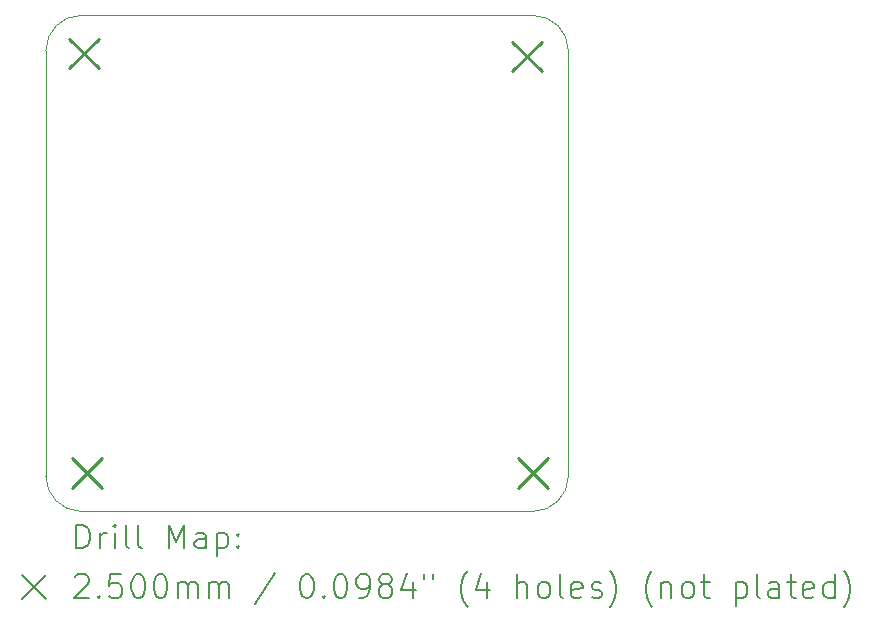
<source format=gbr>
%TF.GenerationSoftware,KiCad,Pcbnew,8.0.5*%
%TF.CreationDate,2024-11-29T11:32:20+09:00*%
%TF.ProjectId,esp32_primary_board_v2,65737033-325f-4707-9269-6d6172795f62,rev?*%
%TF.SameCoordinates,Original*%
%TF.FileFunction,Drillmap*%
%TF.FilePolarity,Positive*%
%FSLAX45Y45*%
G04 Gerber Fmt 4.5, Leading zero omitted, Abs format (unit mm)*
G04 Created by KiCad (PCBNEW 8.0.5) date 2024-11-29 11:32:20*
%MOMM*%
%LPD*%
G01*
G04 APERTURE LIST*
%ADD10C,0.038100*%
%ADD11C,0.200000*%
%ADD12C,0.250000*%
G04 APERTURE END LIST*
D10*
X15925000Y-13900000D02*
G75*
G02*
X15625000Y-14200000I-300000J0D01*
G01*
X15925000Y-10300000D02*
X15925000Y-13900000D01*
X11500000Y-13900000D02*
X11500000Y-10300000D01*
X15625000Y-14200000D02*
X11800000Y-14200000D01*
X11500000Y-10300000D02*
G75*
G02*
X11800000Y-10000000I300000J0D01*
G01*
X11800000Y-10000000D02*
X12000000Y-10000000D01*
X11800000Y-14200000D02*
G75*
G02*
X11500000Y-13900000I0J300000D01*
G01*
X15625000Y-10000000D02*
G75*
G02*
X15925000Y-10300000I0J-300000D01*
G01*
X12000000Y-10000000D02*
X15625000Y-10000000D01*
D11*
D12*
X11700000Y-10200000D02*
X11950000Y-10450000D01*
X11950000Y-10200000D02*
X11700000Y-10450000D01*
X11725000Y-13750000D02*
X11975000Y-14000000D01*
X11975000Y-13750000D02*
X11725000Y-14000000D01*
X15450000Y-10225000D02*
X15700000Y-10475000D01*
X15700000Y-10225000D02*
X15450000Y-10475000D01*
X15500000Y-13750000D02*
X15750000Y-14000000D01*
X15750000Y-13750000D02*
X15500000Y-14000000D01*
D11*
X11758872Y-14513389D02*
X11758872Y-14313389D01*
X11758872Y-14313389D02*
X11806491Y-14313389D01*
X11806491Y-14313389D02*
X11835062Y-14322913D01*
X11835062Y-14322913D02*
X11854110Y-14341960D01*
X11854110Y-14341960D02*
X11863634Y-14361008D01*
X11863634Y-14361008D02*
X11873157Y-14399103D01*
X11873157Y-14399103D02*
X11873157Y-14427674D01*
X11873157Y-14427674D02*
X11863634Y-14465770D01*
X11863634Y-14465770D02*
X11854110Y-14484817D01*
X11854110Y-14484817D02*
X11835062Y-14503865D01*
X11835062Y-14503865D02*
X11806491Y-14513389D01*
X11806491Y-14513389D02*
X11758872Y-14513389D01*
X11958872Y-14513389D02*
X11958872Y-14380055D01*
X11958872Y-14418151D02*
X11968396Y-14399103D01*
X11968396Y-14399103D02*
X11977919Y-14389579D01*
X11977919Y-14389579D02*
X11996967Y-14380055D01*
X11996967Y-14380055D02*
X12016015Y-14380055D01*
X12082681Y-14513389D02*
X12082681Y-14380055D01*
X12082681Y-14313389D02*
X12073157Y-14322913D01*
X12073157Y-14322913D02*
X12082681Y-14332436D01*
X12082681Y-14332436D02*
X12092205Y-14322913D01*
X12092205Y-14322913D02*
X12082681Y-14313389D01*
X12082681Y-14313389D02*
X12082681Y-14332436D01*
X12206491Y-14513389D02*
X12187443Y-14503865D01*
X12187443Y-14503865D02*
X12177919Y-14484817D01*
X12177919Y-14484817D02*
X12177919Y-14313389D01*
X12311253Y-14513389D02*
X12292205Y-14503865D01*
X12292205Y-14503865D02*
X12282681Y-14484817D01*
X12282681Y-14484817D02*
X12282681Y-14313389D01*
X12539824Y-14513389D02*
X12539824Y-14313389D01*
X12539824Y-14313389D02*
X12606491Y-14456246D01*
X12606491Y-14456246D02*
X12673157Y-14313389D01*
X12673157Y-14313389D02*
X12673157Y-14513389D01*
X12854110Y-14513389D02*
X12854110Y-14408627D01*
X12854110Y-14408627D02*
X12844586Y-14389579D01*
X12844586Y-14389579D02*
X12825538Y-14380055D01*
X12825538Y-14380055D02*
X12787443Y-14380055D01*
X12787443Y-14380055D02*
X12768396Y-14389579D01*
X12854110Y-14503865D02*
X12835062Y-14513389D01*
X12835062Y-14513389D02*
X12787443Y-14513389D01*
X12787443Y-14513389D02*
X12768396Y-14503865D01*
X12768396Y-14503865D02*
X12758872Y-14484817D01*
X12758872Y-14484817D02*
X12758872Y-14465770D01*
X12758872Y-14465770D02*
X12768396Y-14446722D01*
X12768396Y-14446722D02*
X12787443Y-14437198D01*
X12787443Y-14437198D02*
X12835062Y-14437198D01*
X12835062Y-14437198D02*
X12854110Y-14427674D01*
X12949348Y-14380055D02*
X12949348Y-14580055D01*
X12949348Y-14389579D02*
X12968396Y-14380055D01*
X12968396Y-14380055D02*
X13006491Y-14380055D01*
X13006491Y-14380055D02*
X13025538Y-14389579D01*
X13025538Y-14389579D02*
X13035062Y-14399103D01*
X13035062Y-14399103D02*
X13044586Y-14418151D01*
X13044586Y-14418151D02*
X13044586Y-14475293D01*
X13044586Y-14475293D02*
X13035062Y-14494341D01*
X13035062Y-14494341D02*
X13025538Y-14503865D01*
X13025538Y-14503865D02*
X13006491Y-14513389D01*
X13006491Y-14513389D02*
X12968396Y-14513389D01*
X12968396Y-14513389D02*
X12949348Y-14503865D01*
X13130300Y-14494341D02*
X13139824Y-14503865D01*
X13139824Y-14503865D02*
X13130300Y-14513389D01*
X13130300Y-14513389D02*
X13120777Y-14503865D01*
X13120777Y-14503865D02*
X13130300Y-14494341D01*
X13130300Y-14494341D02*
X13130300Y-14513389D01*
X13130300Y-14389579D02*
X13139824Y-14399103D01*
X13139824Y-14399103D02*
X13130300Y-14408627D01*
X13130300Y-14408627D02*
X13120777Y-14399103D01*
X13120777Y-14399103D02*
X13130300Y-14389579D01*
X13130300Y-14389579D02*
X13130300Y-14408627D01*
X11298095Y-14741905D02*
X11498095Y-14941905D01*
X11498095Y-14741905D02*
X11298095Y-14941905D01*
X11749348Y-14752436D02*
X11758872Y-14742913D01*
X11758872Y-14742913D02*
X11777919Y-14733389D01*
X11777919Y-14733389D02*
X11825538Y-14733389D01*
X11825538Y-14733389D02*
X11844586Y-14742913D01*
X11844586Y-14742913D02*
X11854110Y-14752436D01*
X11854110Y-14752436D02*
X11863634Y-14771484D01*
X11863634Y-14771484D02*
X11863634Y-14790532D01*
X11863634Y-14790532D02*
X11854110Y-14819103D01*
X11854110Y-14819103D02*
X11739824Y-14933389D01*
X11739824Y-14933389D02*
X11863634Y-14933389D01*
X11949348Y-14914341D02*
X11958872Y-14923865D01*
X11958872Y-14923865D02*
X11949348Y-14933389D01*
X11949348Y-14933389D02*
X11939824Y-14923865D01*
X11939824Y-14923865D02*
X11949348Y-14914341D01*
X11949348Y-14914341D02*
X11949348Y-14933389D01*
X12139824Y-14733389D02*
X12044586Y-14733389D01*
X12044586Y-14733389D02*
X12035062Y-14828627D01*
X12035062Y-14828627D02*
X12044586Y-14819103D01*
X12044586Y-14819103D02*
X12063634Y-14809579D01*
X12063634Y-14809579D02*
X12111253Y-14809579D01*
X12111253Y-14809579D02*
X12130300Y-14819103D01*
X12130300Y-14819103D02*
X12139824Y-14828627D01*
X12139824Y-14828627D02*
X12149348Y-14847674D01*
X12149348Y-14847674D02*
X12149348Y-14895293D01*
X12149348Y-14895293D02*
X12139824Y-14914341D01*
X12139824Y-14914341D02*
X12130300Y-14923865D01*
X12130300Y-14923865D02*
X12111253Y-14933389D01*
X12111253Y-14933389D02*
X12063634Y-14933389D01*
X12063634Y-14933389D02*
X12044586Y-14923865D01*
X12044586Y-14923865D02*
X12035062Y-14914341D01*
X12273157Y-14733389D02*
X12292205Y-14733389D01*
X12292205Y-14733389D02*
X12311253Y-14742913D01*
X12311253Y-14742913D02*
X12320777Y-14752436D01*
X12320777Y-14752436D02*
X12330300Y-14771484D01*
X12330300Y-14771484D02*
X12339824Y-14809579D01*
X12339824Y-14809579D02*
X12339824Y-14857198D01*
X12339824Y-14857198D02*
X12330300Y-14895293D01*
X12330300Y-14895293D02*
X12320777Y-14914341D01*
X12320777Y-14914341D02*
X12311253Y-14923865D01*
X12311253Y-14923865D02*
X12292205Y-14933389D01*
X12292205Y-14933389D02*
X12273157Y-14933389D01*
X12273157Y-14933389D02*
X12254110Y-14923865D01*
X12254110Y-14923865D02*
X12244586Y-14914341D01*
X12244586Y-14914341D02*
X12235062Y-14895293D01*
X12235062Y-14895293D02*
X12225538Y-14857198D01*
X12225538Y-14857198D02*
X12225538Y-14809579D01*
X12225538Y-14809579D02*
X12235062Y-14771484D01*
X12235062Y-14771484D02*
X12244586Y-14752436D01*
X12244586Y-14752436D02*
X12254110Y-14742913D01*
X12254110Y-14742913D02*
X12273157Y-14733389D01*
X12463634Y-14733389D02*
X12482681Y-14733389D01*
X12482681Y-14733389D02*
X12501729Y-14742913D01*
X12501729Y-14742913D02*
X12511253Y-14752436D01*
X12511253Y-14752436D02*
X12520777Y-14771484D01*
X12520777Y-14771484D02*
X12530300Y-14809579D01*
X12530300Y-14809579D02*
X12530300Y-14857198D01*
X12530300Y-14857198D02*
X12520777Y-14895293D01*
X12520777Y-14895293D02*
X12511253Y-14914341D01*
X12511253Y-14914341D02*
X12501729Y-14923865D01*
X12501729Y-14923865D02*
X12482681Y-14933389D01*
X12482681Y-14933389D02*
X12463634Y-14933389D01*
X12463634Y-14933389D02*
X12444586Y-14923865D01*
X12444586Y-14923865D02*
X12435062Y-14914341D01*
X12435062Y-14914341D02*
X12425538Y-14895293D01*
X12425538Y-14895293D02*
X12416015Y-14857198D01*
X12416015Y-14857198D02*
X12416015Y-14809579D01*
X12416015Y-14809579D02*
X12425538Y-14771484D01*
X12425538Y-14771484D02*
X12435062Y-14752436D01*
X12435062Y-14752436D02*
X12444586Y-14742913D01*
X12444586Y-14742913D02*
X12463634Y-14733389D01*
X12616015Y-14933389D02*
X12616015Y-14800055D01*
X12616015Y-14819103D02*
X12625538Y-14809579D01*
X12625538Y-14809579D02*
X12644586Y-14800055D01*
X12644586Y-14800055D02*
X12673158Y-14800055D01*
X12673158Y-14800055D02*
X12692205Y-14809579D01*
X12692205Y-14809579D02*
X12701729Y-14828627D01*
X12701729Y-14828627D02*
X12701729Y-14933389D01*
X12701729Y-14828627D02*
X12711253Y-14809579D01*
X12711253Y-14809579D02*
X12730300Y-14800055D01*
X12730300Y-14800055D02*
X12758872Y-14800055D01*
X12758872Y-14800055D02*
X12777919Y-14809579D01*
X12777919Y-14809579D02*
X12787443Y-14828627D01*
X12787443Y-14828627D02*
X12787443Y-14933389D01*
X12882681Y-14933389D02*
X12882681Y-14800055D01*
X12882681Y-14819103D02*
X12892205Y-14809579D01*
X12892205Y-14809579D02*
X12911253Y-14800055D01*
X12911253Y-14800055D02*
X12939824Y-14800055D01*
X12939824Y-14800055D02*
X12958872Y-14809579D01*
X12958872Y-14809579D02*
X12968396Y-14828627D01*
X12968396Y-14828627D02*
X12968396Y-14933389D01*
X12968396Y-14828627D02*
X12977919Y-14809579D01*
X12977919Y-14809579D02*
X12996967Y-14800055D01*
X12996967Y-14800055D02*
X13025538Y-14800055D01*
X13025538Y-14800055D02*
X13044586Y-14809579D01*
X13044586Y-14809579D02*
X13054110Y-14828627D01*
X13054110Y-14828627D02*
X13054110Y-14933389D01*
X13444586Y-14723865D02*
X13273158Y-14981008D01*
X13701729Y-14733389D02*
X13720777Y-14733389D01*
X13720777Y-14733389D02*
X13739824Y-14742913D01*
X13739824Y-14742913D02*
X13749348Y-14752436D01*
X13749348Y-14752436D02*
X13758872Y-14771484D01*
X13758872Y-14771484D02*
X13768396Y-14809579D01*
X13768396Y-14809579D02*
X13768396Y-14857198D01*
X13768396Y-14857198D02*
X13758872Y-14895293D01*
X13758872Y-14895293D02*
X13749348Y-14914341D01*
X13749348Y-14914341D02*
X13739824Y-14923865D01*
X13739824Y-14923865D02*
X13720777Y-14933389D01*
X13720777Y-14933389D02*
X13701729Y-14933389D01*
X13701729Y-14933389D02*
X13682681Y-14923865D01*
X13682681Y-14923865D02*
X13673158Y-14914341D01*
X13673158Y-14914341D02*
X13663634Y-14895293D01*
X13663634Y-14895293D02*
X13654110Y-14857198D01*
X13654110Y-14857198D02*
X13654110Y-14809579D01*
X13654110Y-14809579D02*
X13663634Y-14771484D01*
X13663634Y-14771484D02*
X13673158Y-14752436D01*
X13673158Y-14752436D02*
X13682681Y-14742913D01*
X13682681Y-14742913D02*
X13701729Y-14733389D01*
X13854110Y-14914341D02*
X13863634Y-14923865D01*
X13863634Y-14923865D02*
X13854110Y-14933389D01*
X13854110Y-14933389D02*
X13844586Y-14923865D01*
X13844586Y-14923865D02*
X13854110Y-14914341D01*
X13854110Y-14914341D02*
X13854110Y-14933389D01*
X13987443Y-14733389D02*
X14006491Y-14733389D01*
X14006491Y-14733389D02*
X14025539Y-14742913D01*
X14025539Y-14742913D02*
X14035062Y-14752436D01*
X14035062Y-14752436D02*
X14044586Y-14771484D01*
X14044586Y-14771484D02*
X14054110Y-14809579D01*
X14054110Y-14809579D02*
X14054110Y-14857198D01*
X14054110Y-14857198D02*
X14044586Y-14895293D01*
X14044586Y-14895293D02*
X14035062Y-14914341D01*
X14035062Y-14914341D02*
X14025539Y-14923865D01*
X14025539Y-14923865D02*
X14006491Y-14933389D01*
X14006491Y-14933389D02*
X13987443Y-14933389D01*
X13987443Y-14933389D02*
X13968396Y-14923865D01*
X13968396Y-14923865D02*
X13958872Y-14914341D01*
X13958872Y-14914341D02*
X13949348Y-14895293D01*
X13949348Y-14895293D02*
X13939824Y-14857198D01*
X13939824Y-14857198D02*
X13939824Y-14809579D01*
X13939824Y-14809579D02*
X13949348Y-14771484D01*
X13949348Y-14771484D02*
X13958872Y-14752436D01*
X13958872Y-14752436D02*
X13968396Y-14742913D01*
X13968396Y-14742913D02*
X13987443Y-14733389D01*
X14149348Y-14933389D02*
X14187443Y-14933389D01*
X14187443Y-14933389D02*
X14206491Y-14923865D01*
X14206491Y-14923865D02*
X14216015Y-14914341D01*
X14216015Y-14914341D02*
X14235062Y-14885770D01*
X14235062Y-14885770D02*
X14244586Y-14847674D01*
X14244586Y-14847674D02*
X14244586Y-14771484D01*
X14244586Y-14771484D02*
X14235062Y-14752436D01*
X14235062Y-14752436D02*
X14225539Y-14742913D01*
X14225539Y-14742913D02*
X14206491Y-14733389D01*
X14206491Y-14733389D02*
X14168396Y-14733389D01*
X14168396Y-14733389D02*
X14149348Y-14742913D01*
X14149348Y-14742913D02*
X14139824Y-14752436D01*
X14139824Y-14752436D02*
X14130301Y-14771484D01*
X14130301Y-14771484D02*
X14130301Y-14819103D01*
X14130301Y-14819103D02*
X14139824Y-14838151D01*
X14139824Y-14838151D02*
X14149348Y-14847674D01*
X14149348Y-14847674D02*
X14168396Y-14857198D01*
X14168396Y-14857198D02*
X14206491Y-14857198D01*
X14206491Y-14857198D02*
X14225539Y-14847674D01*
X14225539Y-14847674D02*
X14235062Y-14838151D01*
X14235062Y-14838151D02*
X14244586Y-14819103D01*
X14358872Y-14819103D02*
X14339824Y-14809579D01*
X14339824Y-14809579D02*
X14330301Y-14800055D01*
X14330301Y-14800055D02*
X14320777Y-14781008D01*
X14320777Y-14781008D02*
X14320777Y-14771484D01*
X14320777Y-14771484D02*
X14330301Y-14752436D01*
X14330301Y-14752436D02*
X14339824Y-14742913D01*
X14339824Y-14742913D02*
X14358872Y-14733389D01*
X14358872Y-14733389D02*
X14396967Y-14733389D01*
X14396967Y-14733389D02*
X14416015Y-14742913D01*
X14416015Y-14742913D02*
X14425539Y-14752436D01*
X14425539Y-14752436D02*
X14435062Y-14771484D01*
X14435062Y-14771484D02*
X14435062Y-14781008D01*
X14435062Y-14781008D02*
X14425539Y-14800055D01*
X14425539Y-14800055D02*
X14416015Y-14809579D01*
X14416015Y-14809579D02*
X14396967Y-14819103D01*
X14396967Y-14819103D02*
X14358872Y-14819103D01*
X14358872Y-14819103D02*
X14339824Y-14828627D01*
X14339824Y-14828627D02*
X14330301Y-14838151D01*
X14330301Y-14838151D02*
X14320777Y-14857198D01*
X14320777Y-14857198D02*
X14320777Y-14895293D01*
X14320777Y-14895293D02*
X14330301Y-14914341D01*
X14330301Y-14914341D02*
X14339824Y-14923865D01*
X14339824Y-14923865D02*
X14358872Y-14933389D01*
X14358872Y-14933389D02*
X14396967Y-14933389D01*
X14396967Y-14933389D02*
X14416015Y-14923865D01*
X14416015Y-14923865D02*
X14425539Y-14914341D01*
X14425539Y-14914341D02*
X14435062Y-14895293D01*
X14435062Y-14895293D02*
X14435062Y-14857198D01*
X14435062Y-14857198D02*
X14425539Y-14838151D01*
X14425539Y-14838151D02*
X14416015Y-14828627D01*
X14416015Y-14828627D02*
X14396967Y-14819103D01*
X14606491Y-14800055D02*
X14606491Y-14933389D01*
X14558872Y-14723865D02*
X14511253Y-14866722D01*
X14511253Y-14866722D02*
X14635062Y-14866722D01*
X14701729Y-14733389D02*
X14701729Y-14771484D01*
X14777920Y-14733389D02*
X14777920Y-14771484D01*
X15073158Y-15009579D02*
X15063634Y-15000055D01*
X15063634Y-15000055D02*
X15044586Y-14971484D01*
X15044586Y-14971484D02*
X15035063Y-14952436D01*
X15035063Y-14952436D02*
X15025539Y-14923865D01*
X15025539Y-14923865D02*
X15016015Y-14876246D01*
X15016015Y-14876246D02*
X15016015Y-14838151D01*
X15016015Y-14838151D02*
X15025539Y-14790532D01*
X15025539Y-14790532D02*
X15035063Y-14761960D01*
X15035063Y-14761960D02*
X15044586Y-14742913D01*
X15044586Y-14742913D02*
X15063634Y-14714341D01*
X15063634Y-14714341D02*
X15073158Y-14704817D01*
X15235063Y-14800055D02*
X15235063Y-14933389D01*
X15187443Y-14723865D02*
X15139824Y-14866722D01*
X15139824Y-14866722D02*
X15263634Y-14866722D01*
X15492205Y-14933389D02*
X15492205Y-14733389D01*
X15577920Y-14933389D02*
X15577920Y-14828627D01*
X15577920Y-14828627D02*
X15568396Y-14809579D01*
X15568396Y-14809579D02*
X15549348Y-14800055D01*
X15549348Y-14800055D02*
X15520777Y-14800055D01*
X15520777Y-14800055D02*
X15501729Y-14809579D01*
X15501729Y-14809579D02*
X15492205Y-14819103D01*
X15701729Y-14933389D02*
X15682682Y-14923865D01*
X15682682Y-14923865D02*
X15673158Y-14914341D01*
X15673158Y-14914341D02*
X15663634Y-14895293D01*
X15663634Y-14895293D02*
X15663634Y-14838151D01*
X15663634Y-14838151D02*
X15673158Y-14819103D01*
X15673158Y-14819103D02*
X15682682Y-14809579D01*
X15682682Y-14809579D02*
X15701729Y-14800055D01*
X15701729Y-14800055D02*
X15730301Y-14800055D01*
X15730301Y-14800055D02*
X15749348Y-14809579D01*
X15749348Y-14809579D02*
X15758872Y-14819103D01*
X15758872Y-14819103D02*
X15768396Y-14838151D01*
X15768396Y-14838151D02*
X15768396Y-14895293D01*
X15768396Y-14895293D02*
X15758872Y-14914341D01*
X15758872Y-14914341D02*
X15749348Y-14923865D01*
X15749348Y-14923865D02*
X15730301Y-14933389D01*
X15730301Y-14933389D02*
X15701729Y-14933389D01*
X15882682Y-14933389D02*
X15863634Y-14923865D01*
X15863634Y-14923865D02*
X15854110Y-14904817D01*
X15854110Y-14904817D02*
X15854110Y-14733389D01*
X16035063Y-14923865D02*
X16016015Y-14933389D01*
X16016015Y-14933389D02*
X15977920Y-14933389D01*
X15977920Y-14933389D02*
X15958872Y-14923865D01*
X15958872Y-14923865D02*
X15949348Y-14904817D01*
X15949348Y-14904817D02*
X15949348Y-14828627D01*
X15949348Y-14828627D02*
X15958872Y-14809579D01*
X15958872Y-14809579D02*
X15977920Y-14800055D01*
X15977920Y-14800055D02*
X16016015Y-14800055D01*
X16016015Y-14800055D02*
X16035063Y-14809579D01*
X16035063Y-14809579D02*
X16044586Y-14828627D01*
X16044586Y-14828627D02*
X16044586Y-14847674D01*
X16044586Y-14847674D02*
X15949348Y-14866722D01*
X16120777Y-14923865D02*
X16139825Y-14933389D01*
X16139825Y-14933389D02*
X16177920Y-14933389D01*
X16177920Y-14933389D02*
X16196967Y-14923865D01*
X16196967Y-14923865D02*
X16206491Y-14904817D01*
X16206491Y-14904817D02*
X16206491Y-14895293D01*
X16206491Y-14895293D02*
X16196967Y-14876246D01*
X16196967Y-14876246D02*
X16177920Y-14866722D01*
X16177920Y-14866722D02*
X16149348Y-14866722D01*
X16149348Y-14866722D02*
X16130301Y-14857198D01*
X16130301Y-14857198D02*
X16120777Y-14838151D01*
X16120777Y-14838151D02*
X16120777Y-14828627D01*
X16120777Y-14828627D02*
X16130301Y-14809579D01*
X16130301Y-14809579D02*
X16149348Y-14800055D01*
X16149348Y-14800055D02*
X16177920Y-14800055D01*
X16177920Y-14800055D02*
X16196967Y-14809579D01*
X16273158Y-15009579D02*
X16282682Y-15000055D01*
X16282682Y-15000055D02*
X16301729Y-14971484D01*
X16301729Y-14971484D02*
X16311253Y-14952436D01*
X16311253Y-14952436D02*
X16320777Y-14923865D01*
X16320777Y-14923865D02*
X16330301Y-14876246D01*
X16330301Y-14876246D02*
X16330301Y-14838151D01*
X16330301Y-14838151D02*
X16320777Y-14790532D01*
X16320777Y-14790532D02*
X16311253Y-14761960D01*
X16311253Y-14761960D02*
X16301729Y-14742913D01*
X16301729Y-14742913D02*
X16282682Y-14714341D01*
X16282682Y-14714341D02*
X16273158Y-14704817D01*
X16635063Y-15009579D02*
X16625539Y-15000055D01*
X16625539Y-15000055D02*
X16606491Y-14971484D01*
X16606491Y-14971484D02*
X16596967Y-14952436D01*
X16596967Y-14952436D02*
X16587444Y-14923865D01*
X16587444Y-14923865D02*
X16577920Y-14876246D01*
X16577920Y-14876246D02*
X16577920Y-14838151D01*
X16577920Y-14838151D02*
X16587444Y-14790532D01*
X16587444Y-14790532D02*
X16596967Y-14761960D01*
X16596967Y-14761960D02*
X16606491Y-14742913D01*
X16606491Y-14742913D02*
X16625539Y-14714341D01*
X16625539Y-14714341D02*
X16635063Y-14704817D01*
X16711253Y-14800055D02*
X16711253Y-14933389D01*
X16711253Y-14819103D02*
X16720777Y-14809579D01*
X16720777Y-14809579D02*
X16739825Y-14800055D01*
X16739825Y-14800055D02*
X16768396Y-14800055D01*
X16768396Y-14800055D02*
X16787444Y-14809579D01*
X16787444Y-14809579D02*
X16796968Y-14828627D01*
X16796968Y-14828627D02*
X16796968Y-14933389D01*
X16920777Y-14933389D02*
X16901729Y-14923865D01*
X16901729Y-14923865D02*
X16892206Y-14914341D01*
X16892206Y-14914341D02*
X16882682Y-14895293D01*
X16882682Y-14895293D02*
X16882682Y-14838151D01*
X16882682Y-14838151D02*
X16892206Y-14819103D01*
X16892206Y-14819103D02*
X16901729Y-14809579D01*
X16901729Y-14809579D02*
X16920777Y-14800055D01*
X16920777Y-14800055D02*
X16949349Y-14800055D01*
X16949349Y-14800055D02*
X16968396Y-14809579D01*
X16968396Y-14809579D02*
X16977920Y-14819103D01*
X16977920Y-14819103D02*
X16987444Y-14838151D01*
X16987444Y-14838151D02*
X16987444Y-14895293D01*
X16987444Y-14895293D02*
X16977920Y-14914341D01*
X16977920Y-14914341D02*
X16968396Y-14923865D01*
X16968396Y-14923865D02*
X16949349Y-14933389D01*
X16949349Y-14933389D02*
X16920777Y-14933389D01*
X17044587Y-14800055D02*
X17120777Y-14800055D01*
X17073158Y-14733389D02*
X17073158Y-14904817D01*
X17073158Y-14904817D02*
X17082682Y-14923865D01*
X17082682Y-14923865D02*
X17101729Y-14933389D01*
X17101729Y-14933389D02*
X17120777Y-14933389D01*
X17339825Y-14800055D02*
X17339825Y-15000055D01*
X17339825Y-14809579D02*
X17358872Y-14800055D01*
X17358872Y-14800055D02*
X17396968Y-14800055D01*
X17396968Y-14800055D02*
X17416015Y-14809579D01*
X17416015Y-14809579D02*
X17425539Y-14819103D01*
X17425539Y-14819103D02*
X17435063Y-14838151D01*
X17435063Y-14838151D02*
X17435063Y-14895293D01*
X17435063Y-14895293D02*
X17425539Y-14914341D01*
X17425539Y-14914341D02*
X17416015Y-14923865D01*
X17416015Y-14923865D02*
X17396968Y-14933389D01*
X17396968Y-14933389D02*
X17358872Y-14933389D01*
X17358872Y-14933389D02*
X17339825Y-14923865D01*
X17549349Y-14933389D02*
X17530301Y-14923865D01*
X17530301Y-14923865D02*
X17520777Y-14904817D01*
X17520777Y-14904817D02*
X17520777Y-14733389D01*
X17711253Y-14933389D02*
X17711253Y-14828627D01*
X17711253Y-14828627D02*
X17701730Y-14809579D01*
X17701730Y-14809579D02*
X17682682Y-14800055D01*
X17682682Y-14800055D02*
X17644587Y-14800055D01*
X17644587Y-14800055D02*
X17625539Y-14809579D01*
X17711253Y-14923865D02*
X17692206Y-14933389D01*
X17692206Y-14933389D02*
X17644587Y-14933389D01*
X17644587Y-14933389D02*
X17625539Y-14923865D01*
X17625539Y-14923865D02*
X17616015Y-14904817D01*
X17616015Y-14904817D02*
X17616015Y-14885770D01*
X17616015Y-14885770D02*
X17625539Y-14866722D01*
X17625539Y-14866722D02*
X17644587Y-14857198D01*
X17644587Y-14857198D02*
X17692206Y-14857198D01*
X17692206Y-14857198D02*
X17711253Y-14847674D01*
X17777920Y-14800055D02*
X17854110Y-14800055D01*
X17806491Y-14733389D02*
X17806491Y-14904817D01*
X17806491Y-14904817D02*
X17816015Y-14923865D01*
X17816015Y-14923865D02*
X17835063Y-14933389D01*
X17835063Y-14933389D02*
X17854110Y-14933389D01*
X17996968Y-14923865D02*
X17977920Y-14933389D01*
X17977920Y-14933389D02*
X17939825Y-14933389D01*
X17939825Y-14933389D02*
X17920777Y-14923865D01*
X17920777Y-14923865D02*
X17911253Y-14904817D01*
X17911253Y-14904817D02*
X17911253Y-14828627D01*
X17911253Y-14828627D02*
X17920777Y-14809579D01*
X17920777Y-14809579D02*
X17939825Y-14800055D01*
X17939825Y-14800055D02*
X17977920Y-14800055D01*
X17977920Y-14800055D02*
X17996968Y-14809579D01*
X17996968Y-14809579D02*
X18006491Y-14828627D01*
X18006491Y-14828627D02*
X18006491Y-14847674D01*
X18006491Y-14847674D02*
X17911253Y-14866722D01*
X18177920Y-14933389D02*
X18177920Y-14733389D01*
X18177920Y-14923865D02*
X18158872Y-14933389D01*
X18158872Y-14933389D02*
X18120777Y-14933389D01*
X18120777Y-14933389D02*
X18101730Y-14923865D01*
X18101730Y-14923865D02*
X18092206Y-14914341D01*
X18092206Y-14914341D02*
X18082682Y-14895293D01*
X18082682Y-14895293D02*
X18082682Y-14838151D01*
X18082682Y-14838151D02*
X18092206Y-14819103D01*
X18092206Y-14819103D02*
X18101730Y-14809579D01*
X18101730Y-14809579D02*
X18120777Y-14800055D01*
X18120777Y-14800055D02*
X18158872Y-14800055D01*
X18158872Y-14800055D02*
X18177920Y-14809579D01*
X18254111Y-15009579D02*
X18263634Y-15000055D01*
X18263634Y-15000055D02*
X18282682Y-14971484D01*
X18282682Y-14971484D02*
X18292206Y-14952436D01*
X18292206Y-14952436D02*
X18301730Y-14923865D01*
X18301730Y-14923865D02*
X18311253Y-14876246D01*
X18311253Y-14876246D02*
X18311253Y-14838151D01*
X18311253Y-14838151D02*
X18301730Y-14790532D01*
X18301730Y-14790532D02*
X18292206Y-14761960D01*
X18292206Y-14761960D02*
X18282682Y-14742913D01*
X18282682Y-14742913D02*
X18263634Y-14714341D01*
X18263634Y-14714341D02*
X18254111Y-14704817D01*
M02*

</source>
